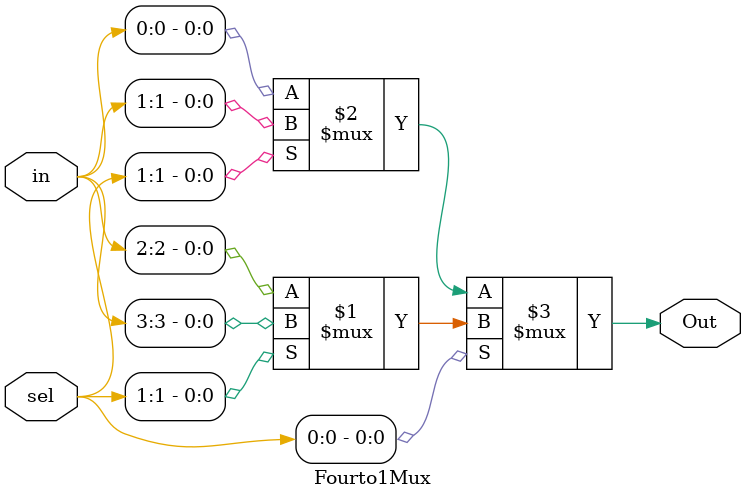
<source format=v>
`timescale 1ns / 1ps

// 16x1 mux test
module Test(input [15:0] Input, input [3:0] sel, output Out);
wire [1:0] mid;

Eightto1Mux Mux2(Input[15:7], sel[2:0], mid[1]);
Eightto1Mux Mux1(Input[7:0] , sel[2:0], mid[0]);

assign Out = sel[3]? mid[1] : mid[0];
endmodule

// 8x1 mux test
module Eightto1Mux(input [7:0] Input, input [2:0] sel, output Out);
wire [1:0] mid;

Fourto1Mux Mux2(Input[7:4], sel[1:0], mid[1]);
Fourto1Mux Mux1(Input[3:0], sel[1:0], mid[0]);

assign Out = sel[2]? mid[1] : mid[0];
endmodule

module Fourto1Mux(input [3:0] in, input [1:0] sel, output Out);
assign Out = sel[0] ? (sel[1] ? in[3] : in[2]) : (sel[1] ? in[1] : in[0]); 
endmodule
</source>
